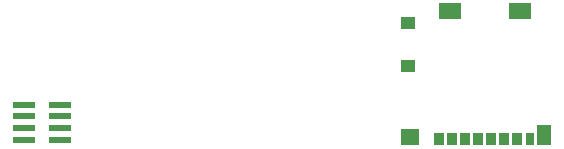
<source format=gbp>
G04 #@! TF.GenerationSoftware,KiCad,Pcbnew,7.0.1-0*
G04 #@! TF.CreationDate,2023-05-01T16:00:43+08:00*
G04 #@! TF.ProjectId,slimarm_almond_mini,736c696d-6172-46d5-9f61-6c6d6f6e645f,rev?*
G04 #@! TF.SameCoordinates,Original*
G04 #@! TF.FileFunction,Paste,Bot*
G04 #@! TF.FilePolarity,Positive*
%FSLAX46Y46*%
G04 Gerber Fmt 4.6, Leading zero omitted, Abs format (unit mm)*
G04 Created by KiCad (PCBNEW 7.0.1-0) date 2023-05-01 16:00:43*
%MOMM*%
%LPD*%
G01*
G04 APERTURE LIST*
%ADD10R,1.170000X1.800000*%
%ADD11R,1.900000X1.350000*%
%ADD12R,1.550000X1.350000*%
%ADD13R,1.200000X1.000000*%
%ADD14R,0.750000X1.100000*%
%ADD15R,0.850000X1.100000*%
%ADD16R,1.850000X0.500000*%
G04 APERTURE END LIST*
D10*
G04 #@! TO.C,J1*
X68115000Y-45515000D03*
D11*
X66090000Y-35040000D03*
X60120000Y-35040000D03*
D12*
X56795000Y-45740000D03*
D13*
X56620000Y-36015000D03*
X56620000Y-39715000D03*
D14*
X66905000Y-45865000D03*
D15*
X65855000Y-45865000D03*
X64755000Y-45865000D03*
X63655000Y-45865000D03*
X62555000Y-45865000D03*
X61455000Y-45865000D03*
X60355000Y-45865000D03*
X59255000Y-45865000D03*
G04 #@! TD*
D16*
G04 #@! TO.C,J2*
X24110000Y-42960000D03*
X27160000Y-42960000D03*
X24110000Y-43960000D03*
X27160000Y-43960000D03*
X24110000Y-44960000D03*
X27160000Y-44960000D03*
X24110000Y-45960000D03*
X27160000Y-45960000D03*
G04 #@! TD*
M02*

</source>
